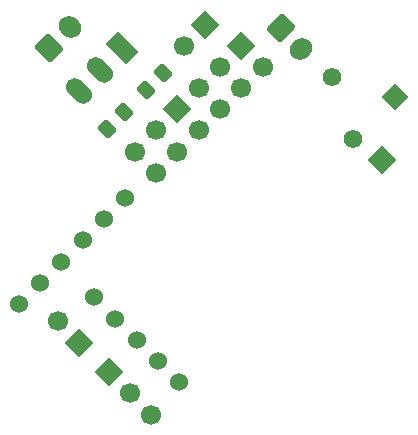
<source format=gts>
G04 #@! TF.GenerationSoftware,KiCad,Pcbnew,(7.0.0)*
G04 #@! TF.CreationDate,2023-04-23T00:30:47-06:00*
G04 #@! TF.ProjectId,Fonocardiograma_V3B,466f6e6f-6361-4726-9469-6f6772616d61,rev?*
G04 #@! TF.SameCoordinates,Original*
G04 #@! TF.FileFunction,Soldermask,Top*
G04 #@! TF.FilePolarity,Negative*
%FSLAX46Y46*%
G04 Gerber Fmt 4.6, Leading zero omitted, Abs format (unit mm)*
G04 Created by KiCad (PCBNEW (7.0.0)) date 2023-04-23 00:30:47*
%MOMM*%
%LPD*%
G01*
G04 APERTURE LIST*
G04 Aperture macros list*
%AMRoundRect*
0 Rectangle with rounded corners*
0 $1 Rounding radius*
0 $2 $3 $4 $5 $6 $7 $8 $9 X,Y pos of 4 corners*
0 Add a 4 corners polygon primitive as box body*
4,1,4,$2,$3,$4,$5,$6,$7,$8,$9,$2,$3,0*
0 Add four circle primitives for the rounded corners*
1,1,$1+$1,$2,$3*
1,1,$1+$1,$4,$5*
1,1,$1+$1,$6,$7*
1,1,$1+$1,$8,$9*
0 Add four rect primitives between the rounded corners*
20,1,$1+$1,$2,$3,$4,$5,0*
20,1,$1+$1,$4,$5,$6,$7,0*
20,1,$1+$1,$6,$7,$8,$9,0*
20,1,$1+$1,$8,$9,$2,$3,0*%
%AMHorizOval*
0 Thick line with rounded ends*
0 $1 width*
0 $2 $3 position (X,Y) of the first rounded end (center of the circle)*
0 $4 $5 position (X,Y) of the second rounded end (center of the circle)*
0 Add line between two ends*
20,1,$1,$2,$3,$4,$5,0*
0 Add two circle primitives to create the rounded ends*
1,1,$1,$2,$3*
1,1,$1,$4,$5*%
%AMRotRect*
0 Rectangle, with rotation*
0 The origin of the aperture is its center*
0 $1 length*
0 $2 width*
0 $3 Rotation angle, in degrees counterclockwise*
0 Add horizontal line*
21,1,$1,$2,0,0,$3*%
G04 Aperture macros list end*
%ADD10C,1.524000*%
%ADD11RotRect,1.700000X1.700000X45.000000*%
%ADD12HorizOval,1.700000X0.000000X0.000000X0.000000X0.000000X0*%
%ADD13RotRect,1.700000X1.700000X315.000000*%
%ADD14HorizOval,1.700000X0.000000X0.000000X0.000000X0.000000X0*%
%ADD15RotRect,1.560000X1.560000X225.000000*%
%ADD16C,1.560000*%
%ADD17RoundRect,0.250000X-0.088388X0.548008X-0.548008X0.088388X0.088388X-0.548008X0.548008X-0.088388X0*%
%ADD18RotRect,1.700000X1.700000X135.000000*%
%ADD19HorizOval,1.700000X0.000000X0.000000X0.000000X0.000000X0*%
%ADD20RotRect,1.500000X2.500000X225.000000*%
%ADD21HorizOval,1.500000X-0.353553X0.353553X0.353553X-0.353553X0*%
%ADD22RoundRect,0.250000X-0.954594X-0.106066X-0.106066X-0.954594X0.954594X0.106066X0.106066X0.954594X0*%
%ADD23HorizOval,1.700000X-0.106066X-0.106066X0.106066X0.106066X0*%
%ADD24RotRect,1.700000X1.700000X225.000000*%
%ADD25HorizOval,1.700000X0.000000X0.000000X0.000000X0.000000X0*%
%ADD26RoundRect,0.250000X0.106066X-0.954594X0.954594X-0.106066X-0.106066X0.954594X-0.954594X0.106066X0*%
%ADD27HorizOval,1.700000X-0.106066X0.106066X0.106066X-0.106066X0*%
G04 APERTURE END LIST*
D10*
X96501949Y-76943949D03*
X98298000Y-78740000D03*
X100094052Y-80536051D03*
X101890103Y-82332103D03*
X103686154Y-84128154D03*
D11*
X120903999Y-65277999D03*
D10*
X90133897Y-77506102D03*
X91929948Y-75710051D03*
X93726000Y-73914000D03*
X95522051Y-72117949D03*
X97318102Y-70321897D03*
X99114153Y-68525846D03*
D11*
X97753897Y-83275897D03*
D12*
X99549948Y-85071948D03*
X101345999Y-86867999D03*
D13*
X103555799Y-61010799D03*
D14*
X105351850Y-62806850D03*
X101759748Y-62806850D03*
X103555799Y-64602901D03*
X99963697Y-64602901D03*
X101759748Y-66398953D03*
D15*
X121969686Y-60014152D03*
D16*
X116666386Y-58246386D03*
X118434153Y-63549687D03*
D17*
X102362000Y-57912000D03*
X100912432Y-59361568D03*
D18*
X95249999Y-80771999D03*
D19*
X93453948Y-78975948D03*
D17*
X99060000Y-61214000D03*
X97610432Y-62663568D03*
D20*
X98824050Y-55861948D03*
D21*
X97027999Y-57657999D03*
X95231948Y-59454050D03*
D13*
X108965999Y-55625999D03*
D14*
X110762050Y-57422050D03*
X107169948Y-57422050D03*
X108965999Y-59218101D03*
X105373897Y-59218101D03*
X107169948Y-61014153D03*
D22*
X112278233Y-54112233D03*
D23*
X114045999Y-55879999D03*
D24*
X105917999Y-53847999D03*
D25*
X104121948Y-55644050D03*
D26*
X92648594Y-55808361D03*
D27*
X94416360Y-54040593D03*
M02*

</source>
